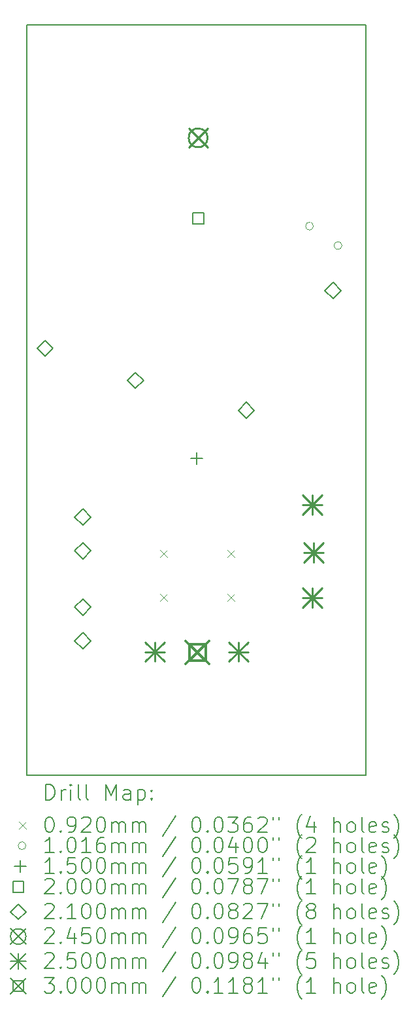
<source format=gbr>
%FSLAX45Y45*%
G04 Gerber Fmt 4.5, Leading zero omitted, Abs format (unit mm)*
G04 Created by KiCad (PCBNEW (6.0.4-0)) date 2022-07-20 07:57:26*
%MOMM*%
%LPD*%
G01*
G04 APERTURE LIST*
%TA.AperFunction,Profile*%
%ADD10C,0.150000*%
%TD*%
%ADD11C,0.200000*%
%ADD12C,0.092000*%
%ADD13C,0.101600*%
%ADD14C,0.150000*%
%ADD15C,0.210000*%
%ADD16C,0.245000*%
%ADD17C,0.250000*%
%ADD18C,0.300000*%
G04 APERTURE END LIST*
D10*
X10000000Y-5700000D02*
X14400000Y-5700000D01*
X14400000Y-5700000D02*
X14400000Y-15400000D01*
X14400000Y-15400000D02*
X10000000Y-15400000D01*
X10000000Y-15400000D02*
X10000000Y-5700000D01*
D11*
D12*
X11731000Y-12490000D02*
X11823000Y-12582000D01*
X11823000Y-12490000D02*
X11731000Y-12582000D01*
X11731000Y-13059000D02*
X11823000Y-13151000D01*
X11823000Y-13059000D02*
X11731000Y-13151000D01*
X12601000Y-12490000D02*
X12693000Y-12582000D01*
X12693000Y-12490000D02*
X12601000Y-12582000D01*
X12601000Y-13059000D02*
X12693000Y-13151000D01*
X12693000Y-13059000D02*
X12601000Y-13151000D01*
D13*
X13717520Y-8299465D02*
G75*
G03*
X13717520Y-8299465I-50800J0D01*
G01*
X14087092Y-8550963D02*
G75*
G03*
X14087092Y-8550963I-50800J0D01*
G01*
D14*
X12205000Y-11230000D02*
X12205000Y-11380000D01*
X12130000Y-11305000D02*
X12280000Y-11305000D01*
D11*
X12294711Y-8267711D02*
X12294711Y-8126289D01*
X12153289Y-8126289D01*
X12153289Y-8267711D01*
X12294711Y-8267711D01*
D15*
X10240970Y-9985020D02*
X10345970Y-9880020D01*
X10240970Y-9775020D01*
X10135970Y-9880020D01*
X10240970Y-9985020D01*
X10730000Y-12168000D02*
X10835000Y-12063000D01*
X10730000Y-11958000D01*
X10625000Y-12063000D01*
X10730000Y-12168000D01*
X10730000Y-12603000D02*
X10835000Y-12498000D01*
X10730000Y-12393000D01*
X10625000Y-12498000D01*
X10730000Y-12603000D01*
X10730000Y-13333000D02*
X10835000Y-13228000D01*
X10730000Y-13123000D01*
X10625000Y-13228000D01*
X10730000Y-13333000D01*
X10730000Y-13768000D02*
X10835000Y-13663000D01*
X10730000Y-13558000D01*
X10625000Y-13663000D01*
X10730000Y-13768000D01*
X11410090Y-10400310D02*
X11515090Y-10295310D01*
X11410090Y-10190310D01*
X11305090Y-10295310D01*
X11410090Y-10400310D01*
X12848238Y-10786644D02*
X12953238Y-10681644D01*
X12848238Y-10576644D01*
X12743238Y-10681644D01*
X12848238Y-10786644D01*
X13970410Y-9235720D02*
X14075410Y-9130720D01*
X13970410Y-9025720D01*
X13865410Y-9130720D01*
X13970410Y-9235720D01*
D16*
X12101500Y-7035500D02*
X12346500Y-7280500D01*
X12346500Y-7035500D02*
X12101500Y-7280500D01*
X12346500Y-7158000D02*
G75*
G03*
X12346500Y-7158000I-122500J0D01*
G01*
D17*
X11540000Y-13680000D02*
X11790000Y-13930000D01*
X11790000Y-13680000D02*
X11540000Y-13930000D01*
X11665000Y-13680000D02*
X11665000Y-13930000D01*
X11540000Y-13805000D02*
X11790000Y-13805000D01*
X12620000Y-13680000D02*
X12870000Y-13930000D01*
X12870000Y-13680000D02*
X12620000Y-13930000D01*
X12745000Y-13680000D02*
X12745000Y-13930000D01*
X12620000Y-13805000D02*
X12870000Y-13805000D01*
X13580000Y-11780000D02*
X13830000Y-12030000D01*
X13830000Y-11780000D02*
X13580000Y-12030000D01*
X13705000Y-11780000D02*
X13705000Y-12030000D01*
X13580000Y-11905000D02*
X13830000Y-11905000D01*
X13580000Y-12980000D02*
X13830000Y-13230000D01*
X13830000Y-12980000D02*
X13580000Y-13230000D01*
X13705000Y-12980000D02*
X13705000Y-13230000D01*
X13580000Y-13105000D02*
X13830000Y-13105000D01*
X13596002Y-12396204D02*
X13846002Y-12646204D01*
X13846002Y-12396204D02*
X13596002Y-12646204D01*
X13721002Y-12396204D02*
X13721002Y-12646204D01*
X13596002Y-12521204D02*
X13846002Y-12521204D01*
D18*
X12064488Y-13663128D02*
X12364488Y-13963128D01*
X12364488Y-13663128D02*
X12064488Y-13963128D01*
X12320555Y-13919195D02*
X12320555Y-13707061D01*
X12108421Y-13707061D01*
X12108421Y-13919195D01*
X12320555Y-13919195D01*
D11*
X10250119Y-15717976D02*
X10250119Y-15517976D01*
X10297738Y-15517976D01*
X10326310Y-15527500D01*
X10345357Y-15546548D01*
X10354881Y-15565595D01*
X10364405Y-15603690D01*
X10364405Y-15632262D01*
X10354881Y-15670357D01*
X10345357Y-15689405D01*
X10326310Y-15708452D01*
X10297738Y-15717976D01*
X10250119Y-15717976D01*
X10450119Y-15717976D02*
X10450119Y-15584643D01*
X10450119Y-15622738D02*
X10459643Y-15603690D01*
X10469167Y-15594167D01*
X10488214Y-15584643D01*
X10507262Y-15584643D01*
X10573929Y-15717976D02*
X10573929Y-15584643D01*
X10573929Y-15517976D02*
X10564405Y-15527500D01*
X10573929Y-15537024D01*
X10583452Y-15527500D01*
X10573929Y-15517976D01*
X10573929Y-15537024D01*
X10697738Y-15717976D02*
X10678690Y-15708452D01*
X10669167Y-15689405D01*
X10669167Y-15517976D01*
X10802500Y-15717976D02*
X10783452Y-15708452D01*
X10773929Y-15689405D01*
X10773929Y-15517976D01*
X11031071Y-15717976D02*
X11031071Y-15517976D01*
X11097738Y-15660833D01*
X11164405Y-15517976D01*
X11164405Y-15717976D01*
X11345357Y-15717976D02*
X11345357Y-15613214D01*
X11335833Y-15594167D01*
X11316786Y-15584643D01*
X11278690Y-15584643D01*
X11259643Y-15594167D01*
X11345357Y-15708452D02*
X11326309Y-15717976D01*
X11278690Y-15717976D01*
X11259643Y-15708452D01*
X11250119Y-15689405D01*
X11250119Y-15670357D01*
X11259643Y-15651309D01*
X11278690Y-15641786D01*
X11326309Y-15641786D01*
X11345357Y-15632262D01*
X11440595Y-15584643D02*
X11440595Y-15784643D01*
X11440595Y-15594167D02*
X11459643Y-15584643D01*
X11497738Y-15584643D01*
X11516786Y-15594167D01*
X11526309Y-15603690D01*
X11535833Y-15622738D01*
X11535833Y-15679881D01*
X11526309Y-15698928D01*
X11516786Y-15708452D01*
X11497738Y-15717976D01*
X11459643Y-15717976D01*
X11440595Y-15708452D01*
X11621548Y-15698928D02*
X11631071Y-15708452D01*
X11621548Y-15717976D01*
X11612024Y-15708452D01*
X11621548Y-15698928D01*
X11621548Y-15717976D01*
X11621548Y-15594167D02*
X11631071Y-15603690D01*
X11621548Y-15613214D01*
X11612024Y-15603690D01*
X11621548Y-15594167D01*
X11621548Y-15613214D01*
D12*
X9900500Y-16001500D02*
X9992500Y-16093500D01*
X9992500Y-16001500D02*
X9900500Y-16093500D01*
D11*
X10288214Y-15937976D02*
X10307262Y-15937976D01*
X10326310Y-15947500D01*
X10335833Y-15957024D01*
X10345357Y-15976071D01*
X10354881Y-16014167D01*
X10354881Y-16061786D01*
X10345357Y-16099881D01*
X10335833Y-16118928D01*
X10326310Y-16128452D01*
X10307262Y-16137976D01*
X10288214Y-16137976D01*
X10269167Y-16128452D01*
X10259643Y-16118928D01*
X10250119Y-16099881D01*
X10240595Y-16061786D01*
X10240595Y-16014167D01*
X10250119Y-15976071D01*
X10259643Y-15957024D01*
X10269167Y-15947500D01*
X10288214Y-15937976D01*
X10440595Y-16118928D02*
X10450119Y-16128452D01*
X10440595Y-16137976D01*
X10431071Y-16128452D01*
X10440595Y-16118928D01*
X10440595Y-16137976D01*
X10545357Y-16137976D02*
X10583452Y-16137976D01*
X10602500Y-16128452D01*
X10612024Y-16118928D01*
X10631071Y-16090357D01*
X10640595Y-16052262D01*
X10640595Y-15976071D01*
X10631071Y-15957024D01*
X10621548Y-15947500D01*
X10602500Y-15937976D01*
X10564405Y-15937976D01*
X10545357Y-15947500D01*
X10535833Y-15957024D01*
X10526310Y-15976071D01*
X10526310Y-16023690D01*
X10535833Y-16042738D01*
X10545357Y-16052262D01*
X10564405Y-16061786D01*
X10602500Y-16061786D01*
X10621548Y-16052262D01*
X10631071Y-16042738D01*
X10640595Y-16023690D01*
X10716786Y-15957024D02*
X10726310Y-15947500D01*
X10745357Y-15937976D01*
X10792976Y-15937976D01*
X10812024Y-15947500D01*
X10821548Y-15957024D01*
X10831071Y-15976071D01*
X10831071Y-15995119D01*
X10821548Y-16023690D01*
X10707262Y-16137976D01*
X10831071Y-16137976D01*
X10954881Y-15937976D02*
X10973929Y-15937976D01*
X10992976Y-15947500D01*
X11002500Y-15957024D01*
X11012024Y-15976071D01*
X11021548Y-16014167D01*
X11021548Y-16061786D01*
X11012024Y-16099881D01*
X11002500Y-16118928D01*
X10992976Y-16128452D01*
X10973929Y-16137976D01*
X10954881Y-16137976D01*
X10935833Y-16128452D01*
X10926310Y-16118928D01*
X10916786Y-16099881D01*
X10907262Y-16061786D01*
X10907262Y-16014167D01*
X10916786Y-15976071D01*
X10926310Y-15957024D01*
X10935833Y-15947500D01*
X10954881Y-15937976D01*
X11107262Y-16137976D02*
X11107262Y-16004643D01*
X11107262Y-16023690D02*
X11116786Y-16014167D01*
X11135833Y-16004643D01*
X11164405Y-16004643D01*
X11183452Y-16014167D01*
X11192976Y-16033214D01*
X11192976Y-16137976D01*
X11192976Y-16033214D02*
X11202500Y-16014167D01*
X11221548Y-16004643D01*
X11250119Y-16004643D01*
X11269167Y-16014167D01*
X11278690Y-16033214D01*
X11278690Y-16137976D01*
X11373928Y-16137976D02*
X11373928Y-16004643D01*
X11373928Y-16023690D02*
X11383452Y-16014167D01*
X11402500Y-16004643D01*
X11431071Y-16004643D01*
X11450119Y-16014167D01*
X11459643Y-16033214D01*
X11459643Y-16137976D01*
X11459643Y-16033214D02*
X11469167Y-16014167D01*
X11488214Y-16004643D01*
X11516786Y-16004643D01*
X11535833Y-16014167D01*
X11545357Y-16033214D01*
X11545357Y-16137976D01*
X11935833Y-15928452D02*
X11764405Y-16185595D01*
X12192976Y-15937976D02*
X12212024Y-15937976D01*
X12231071Y-15947500D01*
X12240595Y-15957024D01*
X12250119Y-15976071D01*
X12259643Y-16014167D01*
X12259643Y-16061786D01*
X12250119Y-16099881D01*
X12240595Y-16118928D01*
X12231071Y-16128452D01*
X12212024Y-16137976D01*
X12192976Y-16137976D01*
X12173928Y-16128452D01*
X12164405Y-16118928D01*
X12154881Y-16099881D01*
X12145357Y-16061786D01*
X12145357Y-16014167D01*
X12154881Y-15976071D01*
X12164405Y-15957024D01*
X12173928Y-15947500D01*
X12192976Y-15937976D01*
X12345357Y-16118928D02*
X12354881Y-16128452D01*
X12345357Y-16137976D01*
X12335833Y-16128452D01*
X12345357Y-16118928D01*
X12345357Y-16137976D01*
X12478690Y-15937976D02*
X12497738Y-15937976D01*
X12516786Y-15947500D01*
X12526309Y-15957024D01*
X12535833Y-15976071D01*
X12545357Y-16014167D01*
X12545357Y-16061786D01*
X12535833Y-16099881D01*
X12526309Y-16118928D01*
X12516786Y-16128452D01*
X12497738Y-16137976D01*
X12478690Y-16137976D01*
X12459643Y-16128452D01*
X12450119Y-16118928D01*
X12440595Y-16099881D01*
X12431071Y-16061786D01*
X12431071Y-16014167D01*
X12440595Y-15976071D01*
X12450119Y-15957024D01*
X12459643Y-15947500D01*
X12478690Y-15937976D01*
X12612024Y-15937976D02*
X12735833Y-15937976D01*
X12669167Y-16014167D01*
X12697738Y-16014167D01*
X12716786Y-16023690D01*
X12726309Y-16033214D01*
X12735833Y-16052262D01*
X12735833Y-16099881D01*
X12726309Y-16118928D01*
X12716786Y-16128452D01*
X12697738Y-16137976D01*
X12640595Y-16137976D01*
X12621548Y-16128452D01*
X12612024Y-16118928D01*
X12907262Y-15937976D02*
X12869167Y-15937976D01*
X12850119Y-15947500D01*
X12840595Y-15957024D01*
X12821548Y-15985595D01*
X12812024Y-16023690D01*
X12812024Y-16099881D01*
X12821548Y-16118928D01*
X12831071Y-16128452D01*
X12850119Y-16137976D01*
X12888214Y-16137976D01*
X12907262Y-16128452D01*
X12916786Y-16118928D01*
X12926309Y-16099881D01*
X12926309Y-16052262D01*
X12916786Y-16033214D01*
X12907262Y-16023690D01*
X12888214Y-16014167D01*
X12850119Y-16014167D01*
X12831071Y-16023690D01*
X12821548Y-16033214D01*
X12812024Y-16052262D01*
X13002500Y-15957024D02*
X13012024Y-15947500D01*
X13031071Y-15937976D01*
X13078690Y-15937976D01*
X13097738Y-15947500D01*
X13107262Y-15957024D01*
X13116786Y-15976071D01*
X13116786Y-15995119D01*
X13107262Y-16023690D01*
X12992976Y-16137976D01*
X13116786Y-16137976D01*
X13192976Y-15937976D02*
X13192976Y-15976071D01*
X13269167Y-15937976D02*
X13269167Y-15976071D01*
X13564405Y-16214167D02*
X13554881Y-16204643D01*
X13535833Y-16176071D01*
X13526309Y-16157024D01*
X13516786Y-16128452D01*
X13507262Y-16080833D01*
X13507262Y-16042738D01*
X13516786Y-15995119D01*
X13526309Y-15966548D01*
X13535833Y-15947500D01*
X13554881Y-15918928D01*
X13564405Y-15909405D01*
X13726309Y-16004643D02*
X13726309Y-16137976D01*
X13678690Y-15928452D02*
X13631071Y-16071309D01*
X13754881Y-16071309D01*
X13983452Y-16137976D02*
X13983452Y-15937976D01*
X14069167Y-16137976D02*
X14069167Y-16033214D01*
X14059643Y-16014167D01*
X14040595Y-16004643D01*
X14012024Y-16004643D01*
X13992976Y-16014167D01*
X13983452Y-16023690D01*
X14192976Y-16137976D02*
X14173928Y-16128452D01*
X14164405Y-16118928D01*
X14154881Y-16099881D01*
X14154881Y-16042738D01*
X14164405Y-16023690D01*
X14173928Y-16014167D01*
X14192976Y-16004643D01*
X14221548Y-16004643D01*
X14240595Y-16014167D01*
X14250119Y-16023690D01*
X14259643Y-16042738D01*
X14259643Y-16099881D01*
X14250119Y-16118928D01*
X14240595Y-16128452D01*
X14221548Y-16137976D01*
X14192976Y-16137976D01*
X14373928Y-16137976D02*
X14354881Y-16128452D01*
X14345357Y-16109405D01*
X14345357Y-15937976D01*
X14526309Y-16128452D02*
X14507262Y-16137976D01*
X14469167Y-16137976D01*
X14450119Y-16128452D01*
X14440595Y-16109405D01*
X14440595Y-16033214D01*
X14450119Y-16014167D01*
X14469167Y-16004643D01*
X14507262Y-16004643D01*
X14526309Y-16014167D01*
X14535833Y-16033214D01*
X14535833Y-16052262D01*
X14440595Y-16071309D01*
X14612024Y-16128452D02*
X14631071Y-16137976D01*
X14669167Y-16137976D01*
X14688214Y-16128452D01*
X14697738Y-16109405D01*
X14697738Y-16099881D01*
X14688214Y-16080833D01*
X14669167Y-16071309D01*
X14640595Y-16071309D01*
X14621548Y-16061786D01*
X14612024Y-16042738D01*
X14612024Y-16033214D01*
X14621548Y-16014167D01*
X14640595Y-16004643D01*
X14669167Y-16004643D01*
X14688214Y-16014167D01*
X14764405Y-16214167D02*
X14773928Y-16204643D01*
X14792976Y-16176071D01*
X14802500Y-16157024D01*
X14812024Y-16128452D01*
X14821548Y-16080833D01*
X14821548Y-16042738D01*
X14812024Y-15995119D01*
X14802500Y-15966548D01*
X14792976Y-15947500D01*
X14773928Y-15918928D01*
X14764405Y-15909405D01*
D13*
X9992500Y-16311500D02*
G75*
G03*
X9992500Y-16311500I-50800J0D01*
G01*
D11*
X10354881Y-16401976D02*
X10240595Y-16401976D01*
X10297738Y-16401976D02*
X10297738Y-16201976D01*
X10278690Y-16230548D01*
X10259643Y-16249595D01*
X10240595Y-16259119D01*
X10440595Y-16382928D02*
X10450119Y-16392452D01*
X10440595Y-16401976D01*
X10431071Y-16392452D01*
X10440595Y-16382928D01*
X10440595Y-16401976D01*
X10573929Y-16201976D02*
X10592976Y-16201976D01*
X10612024Y-16211500D01*
X10621548Y-16221024D01*
X10631071Y-16240071D01*
X10640595Y-16278167D01*
X10640595Y-16325786D01*
X10631071Y-16363881D01*
X10621548Y-16382928D01*
X10612024Y-16392452D01*
X10592976Y-16401976D01*
X10573929Y-16401976D01*
X10554881Y-16392452D01*
X10545357Y-16382928D01*
X10535833Y-16363881D01*
X10526310Y-16325786D01*
X10526310Y-16278167D01*
X10535833Y-16240071D01*
X10545357Y-16221024D01*
X10554881Y-16211500D01*
X10573929Y-16201976D01*
X10831071Y-16401976D02*
X10716786Y-16401976D01*
X10773929Y-16401976D02*
X10773929Y-16201976D01*
X10754881Y-16230548D01*
X10735833Y-16249595D01*
X10716786Y-16259119D01*
X11002500Y-16201976D02*
X10964405Y-16201976D01*
X10945357Y-16211500D01*
X10935833Y-16221024D01*
X10916786Y-16249595D01*
X10907262Y-16287690D01*
X10907262Y-16363881D01*
X10916786Y-16382928D01*
X10926310Y-16392452D01*
X10945357Y-16401976D01*
X10983452Y-16401976D01*
X11002500Y-16392452D01*
X11012024Y-16382928D01*
X11021548Y-16363881D01*
X11021548Y-16316262D01*
X11012024Y-16297214D01*
X11002500Y-16287690D01*
X10983452Y-16278167D01*
X10945357Y-16278167D01*
X10926310Y-16287690D01*
X10916786Y-16297214D01*
X10907262Y-16316262D01*
X11107262Y-16401976D02*
X11107262Y-16268643D01*
X11107262Y-16287690D02*
X11116786Y-16278167D01*
X11135833Y-16268643D01*
X11164405Y-16268643D01*
X11183452Y-16278167D01*
X11192976Y-16297214D01*
X11192976Y-16401976D01*
X11192976Y-16297214D02*
X11202500Y-16278167D01*
X11221548Y-16268643D01*
X11250119Y-16268643D01*
X11269167Y-16278167D01*
X11278690Y-16297214D01*
X11278690Y-16401976D01*
X11373928Y-16401976D02*
X11373928Y-16268643D01*
X11373928Y-16287690D02*
X11383452Y-16278167D01*
X11402500Y-16268643D01*
X11431071Y-16268643D01*
X11450119Y-16278167D01*
X11459643Y-16297214D01*
X11459643Y-16401976D01*
X11459643Y-16297214D02*
X11469167Y-16278167D01*
X11488214Y-16268643D01*
X11516786Y-16268643D01*
X11535833Y-16278167D01*
X11545357Y-16297214D01*
X11545357Y-16401976D01*
X11935833Y-16192452D02*
X11764405Y-16449595D01*
X12192976Y-16201976D02*
X12212024Y-16201976D01*
X12231071Y-16211500D01*
X12240595Y-16221024D01*
X12250119Y-16240071D01*
X12259643Y-16278167D01*
X12259643Y-16325786D01*
X12250119Y-16363881D01*
X12240595Y-16382928D01*
X12231071Y-16392452D01*
X12212024Y-16401976D01*
X12192976Y-16401976D01*
X12173928Y-16392452D01*
X12164405Y-16382928D01*
X12154881Y-16363881D01*
X12145357Y-16325786D01*
X12145357Y-16278167D01*
X12154881Y-16240071D01*
X12164405Y-16221024D01*
X12173928Y-16211500D01*
X12192976Y-16201976D01*
X12345357Y-16382928D02*
X12354881Y-16392452D01*
X12345357Y-16401976D01*
X12335833Y-16392452D01*
X12345357Y-16382928D01*
X12345357Y-16401976D01*
X12478690Y-16201976D02*
X12497738Y-16201976D01*
X12516786Y-16211500D01*
X12526309Y-16221024D01*
X12535833Y-16240071D01*
X12545357Y-16278167D01*
X12545357Y-16325786D01*
X12535833Y-16363881D01*
X12526309Y-16382928D01*
X12516786Y-16392452D01*
X12497738Y-16401976D01*
X12478690Y-16401976D01*
X12459643Y-16392452D01*
X12450119Y-16382928D01*
X12440595Y-16363881D01*
X12431071Y-16325786D01*
X12431071Y-16278167D01*
X12440595Y-16240071D01*
X12450119Y-16221024D01*
X12459643Y-16211500D01*
X12478690Y-16201976D01*
X12716786Y-16268643D02*
X12716786Y-16401976D01*
X12669167Y-16192452D02*
X12621548Y-16335309D01*
X12745357Y-16335309D01*
X12859643Y-16201976D02*
X12878690Y-16201976D01*
X12897738Y-16211500D01*
X12907262Y-16221024D01*
X12916786Y-16240071D01*
X12926309Y-16278167D01*
X12926309Y-16325786D01*
X12916786Y-16363881D01*
X12907262Y-16382928D01*
X12897738Y-16392452D01*
X12878690Y-16401976D01*
X12859643Y-16401976D01*
X12840595Y-16392452D01*
X12831071Y-16382928D01*
X12821548Y-16363881D01*
X12812024Y-16325786D01*
X12812024Y-16278167D01*
X12821548Y-16240071D01*
X12831071Y-16221024D01*
X12840595Y-16211500D01*
X12859643Y-16201976D01*
X13050119Y-16201976D02*
X13069167Y-16201976D01*
X13088214Y-16211500D01*
X13097738Y-16221024D01*
X13107262Y-16240071D01*
X13116786Y-16278167D01*
X13116786Y-16325786D01*
X13107262Y-16363881D01*
X13097738Y-16382928D01*
X13088214Y-16392452D01*
X13069167Y-16401976D01*
X13050119Y-16401976D01*
X13031071Y-16392452D01*
X13021548Y-16382928D01*
X13012024Y-16363881D01*
X13002500Y-16325786D01*
X13002500Y-16278167D01*
X13012024Y-16240071D01*
X13021548Y-16221024D01*
X13031071Y-16211500D01*
X13050119Y-16201976D01*
X13192976Y-16201976D02*
X13192976Y-16240071D01*
X13269167Y-16201976D02*
X13269167Y-16240071D01*
X13564405Y-16478167D02*
X13554881Y-16468643D01*
X13535833Y-16440071D01*
X13526309Y-16421024D01*
X13516786Y-16392452D01*
X13507262Y-16344833D01*
X13507262Y-16306738D01*
X13516786Y-16259119D01*
X13526309Y-16230548D01*
X13535833Y-16211500D01*
X13554881Y-16182928D01*
X13564405Y-16173405D01*
X13631071Y-16221024D02*
X13640595Y-16211500D01*
X13659643Y-16201976D01*
X13707262Y-16201976D01*
X13726309Y-16211500D01*
X13735833Y-16221024D01*
X13745357Y-16240071D01*
X13745357Y-16259119D01*
X13735833Y-16287690D01*
X13621548Y-16401976D01*
X13745357Y-16401976D01*
X13983452Y-16401976D02*
X13983452Y-16201976D01*
X14069167Y-16401976D02*
X14069167Y-16297214D01*
X14059643Y-16278167D01*
X14040595Y-16268643D01*
X14012024Y-16268643D01*
X13992976Y-16278167D01*
X13983452Y-16287690D01*
X14192976Y-16401976D02*
X14173928Y-16392452D01*
X14164405Y-16382928D01*
X14154881Y-16363881D01*
X14154881Y-16306738D01*
X14164405Y-16287690D01*
X14173928Y-16278167D01*
X14192976Y-16268643D01*
X14221548Y-16268643D01*
X14240595Y-16278167D01*
X14250119Y-16287690D01*
X14259643Y-16306738D01*
X14259643Y-16363881D01*
X14250119Y-16382928D01*
X14240595Y-16392452D01*
X14221548Y-16401976D01*
X14192976Y-16401976D01*
X14373928Y-16401976D02*
X14354881Y-16392452D01*
X14345357Y-16373405D01*
X14345357Y-16201976D01*
X14526309Y-16392452D02*
X14507262Y-16401976D01*
X14469167Y-16401976D01*
X14450119Y-16392452D01*
X14440595Y-16373405D01*
X14440595Y-16297214D01*
X14450119Y-16278167D01*
X14469167Y-16268643D01*
X14507262Y-16268643D01*
X14526309Y-16278167D01*
X14535833Y-16297214D01*
X14535833Y-16316262D01*
X14440595Y-16335309D01*
X14612024Y-16392452D02*
X14631071Y-16401976D01*
X14669167Y-16401976D01*
X14688214Y-16392452D01*
X14697738Y-16373405D01*
X14697738Y-16363881D01*
X14688214Y-16344833D01*
X14669167Y-16335309D01*
X14640595Y-16335309D01*
X14621548Y-16325786D01*
X14612024Y-16306738D01*
X14612024Y-16297214D01*
X14621548Y-16278167D01*
X14640595Y-16268643D01*
X14669167Y-16268643D01*
X14688214Y-16278167D01*
X14764405Y-16478167D02*
X14773928Y-16468643D01*
X14792976Y-16440071D01*
X14802500Y-16421024D01*
X14812024Y-16392452D01*
X14821548Y-16344833D01*
X14821548Y-16306738D01*
X14812024Y-16259119D01*
X14802500Y-16230548D01*
X14792976Y-16211500D01*
X14773928Y-16182928D01*
X14764405Y-16173405D01*
D14*
X9917500Y-16500500D02*
X9917500Y-16650500D01*
X9842500Y-16575500D02*
X9992500Y-16575500D01*
D11*
X10354881Y-16665976D02*
X10240595Y-16665976D01*
X10297738Y-16665976D02*
X10297738Y-16465976D01*
X10278690Y-16494548D01*
X10259643Y-16513595D01*
X10240595Y-16523119D01*
X10440595Y-16646928D02*
X10450119Y-16656452D01*
X10440595Y-16665976D01*
X10431071Y-16656452D01*
X10440595Y-16646928D01*
X10440595Y-16665976D01*
X10631071Y-16465976D02*
X10535833Y-16465976D01*
X10526310Y-16561214D01*
X10535833Y-16551690D01*
X10554881Y-16542167D01*
X10602500Y-16542167D01*
X10621548Y-16551690D01*
X10631071Y-16561214D01*
X10640595Y-16580262D01*
X10640595Y-16627881D01*
X10631071Y-16646928D01*
X10621548Y-16656452D01*
X10602500Y-16665976D01*
X10554881Y-16665976D01*
X10535833Y-16656452D01*
X10526310Y-16646928D01*
X10764405Y-16465976D02*
X10783452Y-16465976D01*
X10802500Y-16475500D01*
X10812024Y-16485024D01*
X10821548Y-16504071D01*
X10831071Y-16542167D01*
X10831071Y-16589786D01*
X10821548Y-16627881D01*
X10812024Y-16646928D01*
X10802500Y-16656452D01*
X10783452Y-16665976D01*
X10764405Y-16665976D01*
X10745357Y-16656452D01*
X10735833Y-16646928D01*
X10726310Y-16627881D01*
X10716786Y-16589786D01*
X10716786Y-16542167D01*
X10726310Y-16504071D01*
X10735833Y-16485024D01*
X10745357Y-16475500D01*
X10764405Y-16465976D01*
X10954881Y-16465976D02*
X10973929Y-16465976D01*
X10992976Y-16475500D01*
X11002500Y-16485024D01*
X11012024Y-16504071D01*
X11021548Y-16542167D01*
X11021548Y-16589786D01*
X11012024Y-16627881D01*
X11002500Y-16646928D01*
X10992976Y-16656452D01*
X10973929Y-16665976D01*
X10954881Y-16665976D01*
X10935833Y-16656452D01*
X10926310Y-16646928D01*
X10916786Y-16627881D01*
X10907262Y-16589786D01*
X10907262Y-16542167D01*
X10916786Y-16504071D01*
X10926310Y-16485024D01*
X10935833Y-16475500D01*
X10954881Y-16465976D01*
X11107262Y-16665976D02*
X11107262Y-16532643D01*
X11107262Y-16551690D02*
X11116786Y-16542167D01*
X11135833Y-16532643D01*
X11164405Y-16532643D01*
X11183452Y-16542167D01*
X11192976Y-16561214D01*
X11192976Y-16665976D01*
X11192976Y-16561214D02*
X11202500Y-16542167D01*
X11221548Y-16532643D01*
X11250119Y-16532643D01*
X11269167Y-16542167D01*
X11278690Y-16561214D01*
X11278690Y-16665976D01*
X11373928Y-16665976D02*
X11373928Y-16532643D01*
X11373928Y-16551690D02*
X11383452Y-16542167D01*
X11402500Y-16532643D01*
X11431071Y-16532643D01*
X11450119Y-16542167D01*
X11459643Y-16561214D01*
X11459643Y-16665976D01*
X11459643Y-16561214D02*
X11469167Y-16542167D01*
X11488214Y-16532643D01*
X11516786Y-16532643D01*
X11535833Y-16542167D01*
X11545357Y-16561214D01*
X11545357Y-16665976D01*
X11935833Y-16456452D02*
X11764405Y-16713595D01*
X12192976Y-16465976D02*
X12212024Y-16465976D01*
X12231071Y-16475500D01*
X12240595Y-16485024D01*
X12250119Y-16504071D01*
X12259643Y-16542167D01*
X12259643Y-16589786D01*
X12250119Y-16627881D01*
X12240595Y-16646928D01*
X12231071Y-16656452D01*
X12212024Y-16665976D01*
X12192976Y-16665976D01*
X12173928Y-16656452D01*
X12164405Y-16646928D01*
X12154881Y-16627881D01*
X12145357Y-16589786D01*
X12145357Y-16542167D01*
X12154881Y-16504071D01*
X12164405Y-16485024D01*
X12173928Y-16475500D01*
X12192976Y-16465976D01*
X12345357Y-16646928D02*
X12354881Y-16656452D01*
X12345357Y-16665976D01*
X12335833Y-16656452D01*
X12345357Y-16646928D01*
X12345357Y-16665976D01*
X12478690Y-16465976D02*
X12497738Y-16465976D01*
X12516786Y-16475500D01*
X12526309Y-16485024D01*
X12535833Y-16504071D01*
X12545357Y-16542167D01*
X12545357Y-16589786D01*
X12535833Y-16627881D01*
X12526309Y-16646928D01*
X12516786Y-16656452D01*
X12497738Y-16665976D01*
X12478690Y-16665976D01*
X12459643Y-16656452D01*
X12450119Y-16646928D01*
X12440595Y-16627881D01*
X12431071Y-16589786D01*
X12431071Y-16542167D01*
X12440595Y-16504071D01*
X12450119Y-16485024D01*
X12459643Y-16475500D01*
X12478690Y-16465976D01*
X12726309Y-16465976D02*
X12631071Y-16465976D01*
X12621548Y-16561214D01*
X12631071Y-16551690D01*
X12650119Y-16542167D01*
X12697738Y-16542167D01*
X12716786Y-16551690D01*
X12726309Y-16561214D01*
X12735833Y-16580262D01*
X12735833Y-16627881D01*
X12726309Y-16646928D01*
X12716786Y-16656452D01*
X12697738Y-16665976D01*
X12650119Y-16665976D01*
X12631071Y-16656452D01*
X12621548Y-16646928D01*
X12831071Y-16665976D02*
X12869167Y-16665976D01*
X12888214Y-16656452D01*
X12897738Y-16646928D01*
X12916786Y-16618357D01*
X12926309Y-16580262D01*
X12926309Y-16504071D01*
X12916786Y-16485024D01*
X12907262Y-16475500D01*
X12888214Y-16465976D01*
X12850119Y-16465976D01*
X12831071Y-16475500D01*
X12821548Y-16485024D01*
X12812024Y-16504071D01*
X12812024Y-16551690D01*
X12821548Y-16570738D01*
X12831071Y-16580262D01*
X12850119Y-16589786D01*
X12888214Y-16589786D01*
X12907262Y-16580262D01*
X12916786Y-16570738D01*
X12926309Y-16551690D01*
X13116786Y-16665976D02*
X13002500Y-16665976D01*
X13059643Y-16665976D02*
X13059643Y-16465976D01*
X13040595Y-16494548D01*
X13021548Y-16513595D01*
X13002500Y-16523119D01*
X13192976Y-16465976D02*
X13192976Y-16504071D01*
X13269167Y-16465976D02*
X13269167Y-16504071D01*
X13564405Y-16742167D02*
X13554881Y-16732643D01*
X13535833Y-16704071D01*
X13526309Y-16685024D01*
X13516786Y-16656452D01*
X13507262Y-16608833D01*
X13507262Y-16570738D01*
X13516786Y-16523119D01*
X13526309Y-16494548D01*
X13535833Y-16475500D01*
X13554881Y-16446928D01*
X13564405Y-16437405D01*
X13745357Y-16665976D02*
X13631071Y-16665976D01*
X13688214Y-16665976D02*
X13688214Y-16465976D01*
X13669167Y-16494548D01*
X13650119Y-16513595D01*
X13631071Y-16523119D01*
X13983452Y-16665976D02*
X13983452Y-16465976D01*
X14069167Y-16665976D02*
X14069167Y-16561214D01*
X14059643Y-16542167D01*
X14040595Y-16532643D01*
X14012024Y-16532643D01*
X13992976Y-16542167D01*
X13983452Y-16551690D01*
X14192976Y-16665976D02*
X14173928Y-16656452D01*
X14164405Y-16646928D01*
X14154881Y-16627881D01*
X14154881Y-16570738D01*
X14164405Y-16551690D01*
X14173928Y-16542167D01*
X14192976Y-16532643D01*
X14221548Y-16532643D01*
X14240595Y-16542167D01*
X14250119Y-16551690D01*
X14259643Y-16570738D01*
X14259643Y-16627881D01*
X14250119Y-16646928D01*
X14240595Y-16656452D01*
X14221548Y-16665976D01*
X14192976Y-16665976D01*
X14373928Y-16665976D02*
X14354881Y-16656452D01*
X14345357Y-16637405D01*
X14345357Y-16465976D01*
X14526309Y-16656452D02*
X14507262Y-16665976D01*
X14469167Y-16665976D01*
X14450119Y-16656452D01*
X14440595Y-16637405D01*
X14440595Y-16561214D01*
X14450119Y-16542167D01*
X14469167Y-16532643D01*
X14507262Y-16532643D01*
X14526309Y-16542167D01*
X14535833Y-16561214D01*
X14535833Y-16580262D01*
X14440595Y-16599309D01*
X14602500Y-16742167D02*
X14612024Y-16732643D01*
X14631071Y-16704071D01*
X14640595Y-16685024D01*
X14650119Y-16656452D01*
X14659643Y-16608833D01*
X14659643Y-16570738D01*
X14650119Y-16523119D01*
X14640595Y-16494548D01*
X14631071Y-16475500D01*
X14612024Y-16446928D01*
X14602500Y-16437405D01*
X9963211Y-16916211D02*
X9963211Y-16774789D01*
X9821789Y-16774789D01*
X9821789Y-16916211D01*
X9963211Y-16916211D01*
X10240595Y-16755024D02*
X10250119Y-16745500D01*
X10269167Y-16735976D01*
X10316786Y-16735976D01*
X10335833Y-16745500D01*
X10345357Y-16755024D01*
X10354881Y-16774071D01*
X10354881Y-16793119D01*
X10345357Y-16821690D01*
X10231071Y-16935976D01*
X10354881Y-16935976D01*
X10440595Y-16916929D02*
X10450119Y-16926452D01*
X10440595Y-16935976D01*
X10431071Y-16926452D01*
X10440595Y-16916929D01*
X10440595Y-16935976D01*
X10573929Y-16735976D02*
X10592976Y-16735976D01*
X10612024Y-16745500D01*
X10621548Y-16755024D01*
X10631071Y-16774071D01*
X10640595Y-16812167D01*
X10640595Y-16859786D01*
X10631071Y-16897881D01*
X10621548Y-16916929D01*
X10612024Y-16926452D01*
X10592976Y-16935976D01*
X10573929Y-16935976D01*
X10554881Y-16926452D01*
X10545357Y-16916929D01*
X10535833Y-16897881D01*
X10526310Y-16859786D01*
X10526310Y-16812167D01*
X10535833Y-16774071D01*
X10545357Y-16755024D01*
X10554881Y-16745500D01*
X10573929Y-16735976D01*
X10764405Y-16735976D02*
X10783452Y-16735976D01*
X10802500Y-16745500D01*
X10812024Y-16755024D01*
X10821548Y-16774071D01*
X10831071Y-16812167D01*
X10831071Y-16859786D01*
X10821548Y-16897881D01*
X10812024Y-16916929D01*
X10802500Y-16926452D01*
X10783452Y-16935976D01*
X10764405Y-16935976D01*
X10745357Y-16926452D01*
X10735833Y-16916929D01*
X10726310Y-16897881D01*
X10716786Y-16859786D01*
X10716786Y-16812167D01*
X10726310Y-16774071D01*
X10735833Y-16755024D01*
X10745357Y-16745500D01*
X10764405Y-16735976D01*
X10954881Y-16735976D02*
X10973929Y-16735976D01*
X10992976Y-16745500D01*
X11002500Y-16755024D01*
X11012024Y-16774071D01*
X11021548Y-16812167D01*
X11021548Y-16859786D01*
X11012024Y-16897881D01*
X11002500Y-16916929D01*
X10992976Y-16926452D01*
X10973929Y-16935976D01*
X10954881Y-16935976D01*
X10935833Y-16926452D01*
X10926310Y-16916929D01*
X10916786Y-16897881D01*
X10907262Y-16859786D01*
X10907262Y-16812167D01*
X10916786Y-16774071D01*
X10926310Y-16755024D01*
X10935833Y-16745500D01*
X10954881Y-16735976D01*
X11107262Y-16935976D02*
X11107262Y-16802643D01*
X11107262Y-16821690D02*
X11116786Y-16812167D01*
X11135833Y-16802643D01*
X11164405Y-16802643D01*
X11183452Y-16812167D01*
X11192976Y-16831214D01*
X11192976Y-16935976D01*
X11192976Y-16831214D02*
X11202500Y-16812167D01*
X11221548Y-16802643D01*
X11250119Y-16802643D01*
X11269167Y-16812167D01*
X11278690Y-16831214D01*
X11278690Y-16935976D01*
X11373928Y-16935976D02*
X11373928Y-16802643D01*
X11373928Y-16821690D02*
X11383452Y-16812167D01*
X11402500Y-16802643D01*
X11431071Y-16802643D01*
X11450119Y-16812167D01*
X11459643Y-16831214D01*
X11459643Y-16935976D01*
X11459643Y-16831214D02*
X11469167Y-16812167D01*
X11488214Y-16802643D01*
X11516786Y-16802643D01*
X11535833Y-16812167D01*
X11545357Y-16831214D01*
X11545357Y-16935976D01*
X11935833Y-16726452D02*
X11764405Y-16983595D01*
X12192976Y-16735976D02*
X12212024Y-16735976D01*
X12231071Y-16745500D01*
X12240595Y-16755024D01*
X12250119Y-16774071D01*
X12259643Y-16812167D01*
X12259643Y-16859786D01*
X12250119Y-16897881D01*
X12240595Y-16916929D01*
X12231071Y-16926452D01*
X12212024Y-16935976D01*
X12192976Y-16935976D01*
X12173928Y-16926452D01*
X12164405Y-16916929D01*
X12154881Y-16897881D01*
X12145357Y-16859786D01*
X12145357Y-16812167D01*
X12154881Y-16774071D01*
X12164405Y-16755024D01*
X12173928Y-16745500D01*
X12192976Y-16735976D01*
X12345357Y-16916929D02*
X12354881Y-16926452D01*
X12345357Y-16935976D01*
X12335833Y-16926452D01*
X12345357Y-16916929D01*
X12345357Y-16935976D01*
X12478690Y-16735976D02*
X12497738Y-16735976D01*
X12516786Y-16745500D01*
X12526309Y-16755024D01*
X12535833Y-16774071D01*
X12545357Y-16812167D01*
X12545357Y-16859786D01*
X12535833Y-16897881D01*
X12526309Y-16916929D01*
X12516786Y-16926452D01*
X12497738Y-16935976D01*
X12478690Y-16935976D01*
X12459643Y-16926452D01*
X12450119Y-16916929D01*
X12440595Y-16897881D01*
X12431071Y-16859786D01*
X12431071Y-16812167D01*
X12440595Y-16774071D01*
X12450119Y-16755024D01*
X12459643Y-16745500D01*
X12478690Y-16735976D01*
X12612024Y-16735976D02*
X12745357Y-16735976D01*
X12659643Y-16935976D01*
X12850119Y-16821690D02*
X12831071Y-16812167D01*
X12821548Y-16802643D01*
X12812024Y-16783595D01*
X12812024Y-16774071D01*
X12821548Y-16755024D01*
X12831071Y-16745500D01*
X12850119Y-16735976D01*
X12888214Y-16735976D01*
X12907262Y-16745500D01*
X12916786Y-16755024D01*
X12926309Y-16774071D01*
X12926309Y-16783595D01*
X12916786Y-16802643D01*
X12907262Y-16812167D01*
X12888214Y-16821690D01*
X12850119Y-16821690D01*
X12831071Y-16831214D01*
X12821548Y-16840738D01*
X12812024Y-16859786D01*
X12812024Y-16897881D01*
X12821548Y-16916929D01*
X12831071Y-16926452D01*
X12850119Y-16935976D01*
X12888214Y-16935976D01*
X12907262Y-16926452D01*
X12916786Y-16916929D01*
X12926309Y-16897881D01*
X12926309Y-16859786D01*
X12916786Y-16840738D01*
X12907262Y-16831214D01*
X12888214Y-16821690D01*
X12992976Y-16735976D02*
X13126309Y-16735976D01*
X13040595Y-16935976D01*
X13192976Y-16735976D02*
X13192976Y-16774071D01*
X13269167Y-16735976D02*
X13269167Y-16774071D01*
X13564405Y-17012167D02*
X13554881Y-17002643D01*
X13535833Y-16974071D01*
X13526309Y-16955024D01*
X13516786Y-16926452D01*
X13507262Y-16878833D01*
X13507262Y-16840738D01*
X13516786Y-16793119D01*
X13526309Y-16764548D01*
X13535833Y-16745500D01*
X13554881Y-16716928D01*
X13564405Y-16707405D01*
X13745357Y-16935976D02*
X13631071Y-16935976D01*
X13688214Y-16935976D02*
X13688214Y-16735976D01*
X13669167Y-16764548D01*
X13650119Y-16783595D01*
X13631071Y-16793119D01*
X13983452Y-16935976D02*
X13983452Y-16735976D01*
X14069167Y-16935976D02*
X14069167Y-16831214D01*
X14059643Y-16812167D01*
X14040595Y-16802643D01*
X14012024Y-16802643D01*
X13992976Y-16812167D01*
X13983452Y-16821690D01*
X14192976Y-16935976D02*
X14173928Y-16926452D01*
X14164405Y-16916929D01*
X14154881Y-16897881D01*
X14154881Y-16840738D01*
X14164405Y-16821690D01*
X14173928Y-16812167D01*
X14192976Y-16802643D01*
X14221548Y-16802643D01*
X14240595Y-16812167D01*
X14250119Y-16821690D01*
X14259643Y-16840738D01*
X14259643Y-16897881D01*
X14250119Y-16916929D01*
X14240595Y-16926452D01*
X14221548Y-16935976D01*
X14192976Y-16935976D01*
X14373928Y-16935976D02*
X14354881Y-16926452D01*
X14345357Y-16907405D01*
X14345357Y-16735976D01*
X14526309Y-16926452D02*
X14507262Y-16935976D01*
X14469167Y-16935976D01*
X14450119Y-16926452D01*
X14440595Y-16907405D01*
X14440595Y-16831214D01*
X14450119Y-16812167D01*
X14469167Y-16802643D01*
X14507262Y-16802643D01*
X14526309Y-16812167D01*
X14535833Y-16831214D01*
X14535833Y-16850262D01*
X14440595Y-16869310D01*
X14602500Y-17012167D02*
X14612024Y-17002643D01*
X14631071Y-16974071D01*
X14640595Y-16955024D01*
X14650119Y-16926452D01*
X14659643Y-16878833D01*
X14659643Y-16840738D01*
X14650119Y-16793119D01*
X14640595Y-16764548D01*
X14631071Y-16745500D01*
X14612024Y-16716928D01*
X14602500Y-16707405D01*
X9892500Y-17265500D02*
X9992500Y-17165500D01*
X9892500Y-17065500D01*
X9792500Y-17165500D01*
X9892500Y-17265500D01*
X10240595Y-17075024D02*
X10250119Y-17065500D01*
X10269167Y-17055976D01*
X10316786Y-17055976D01*
X10335833Y-17065500D01*
X10345357Y-17075024D01*
X10354881Y-17094071D01*
X10354881Y-17113119D01*
X10345357Y-17141690D01*
X10231071Y-17255976D01*
X10354881Y-17255976D01*
X10440595Y-17236929D02*
X10450119Y-17246452D01*
X10440595Y-17255976D01*
X10431071Y-17246452D01*
X10440595Y-17236929D01*
X10440595Y-17255976D01*
X10640595Y-17255976D02*
X10526310Y-17255976D01*
X10583452Y-17255976D02*
X10583452Y-17055976D01*
X10564405Y-17084548D01*
X10545357Y-17103595D01*
X10526310Y-17113119D01*
X10764405Y-17055976D02*
X10783452Y-17055976D01*
X10802500Y-17065500D01*
X10812024Y-17075024D01*
X10821548Y-17094071D01*
X10831071Y-17132167D01*
X10831071Y-17179786D01*
X10821548Y-17217881D01*
X10812024Y-17236929D01*
X10802500Y-17246452D01*
X10783452Y-17255976D01*
X10764405Y-17255976D01*
X10745357Y-17246452D01*
X10735833Y-17236929D01*
X10726310Y-17217881D01*
X10716786Y-17179786D01*
X10716786Y-17132167D01*
X10726310Y-17094071D01*
X10735833Y-17075024D01*
X10745357Y-17065500D01*
X10764405Y-17055976D01*
X10954881Y-17055976D02*
X10973929Y-17055976D01*
X10992976Y-17065500D01*
X11002500Y-17075024D01*
X11012024Y-17094071D01*
X11021548Y-17132167D01*
X11021548Y-17179786D01*
X11012024Y-17217881D01*
X11002500Y-17236929D01*
X10992976Y-17246452D01*
X10973929Y-17255976D01*
X10954881Y-17255976D01*
X10935833Y-17246452D01*
X10926310Y-17236929D01*
X10916786Y-17217881D01*
X10907262Y-17179786D01*
X10907262Y-17132167D01*
X10916786Y-17094071D01*
X10926310Y-17075024D01*
X10935833Y-17065500D01*
X10954881Y-17055976D01*
X11107262Y-17255976D02*
X11107262Y-17122643D01*
X11107262Y-17141690D02*
X11116786Y-17132167D01*
X11135833Y-17122643D01*
X11164405Y-17122643D01*
X11183452Y-17132167D01*
X11192976Y-17151214D01*
X11192976Y-17255976D01*
X11192976Y-17151214D02*
X11202500Y-17132167D01*
X11221548Y-17122643D01*
X11250119Y-17122643D01*
X11269167Y-17132167D01*
X11278690Y-17151214D01*
X11278690Y-17255976D01*
X11373928Y-17255976D02*
X11373928Y-17122643D01*
X11373928Y-17141690D02*
X11383452Y-17132167D01*
X11402500Y-17122643D01*
X11431071Y-17122643D01*
X11450119Y-17132167D01*
X11459643Y-17151214D01*
X11459643Y-17255976D01*
X11459643Y-17151214D02*
X11469167Y-17132167D01*
X11488214Y-17122643D01*
X11516786Y-17122643D01*
X11535833Y-17132167D01*
X11545357Y-17151214D01*
X11545357Y-17255976D01*
X11935833Y-17046452D02*
X11764405Y-17303595D01*
X12192976Y-17055976D02*
X12212024Y-17055976D01*
X12231071Y-17065500D01*
X12240595Y-17075024D01*
X12250119Y-17094071D01*
X12259643Y-17132167D01*
X12259643Y-17179786D01*
X12250119Y-17217881D01*
X12240595Y-17236929D01*
X12231071Y-17246452D01*
X12212024Y-17255976D01*
X12192976Y-17255976D01*
X12173928Y-17246452D01*
X12164405Y-17236929D01*
X12154881Y-17217881D01*
X12145357Y-17179786D01*
X12145357Y-17132167D01*
X12154881Y-17094071D01*
X12164405Y-17075024D01*
X12173928Y-17065500D01*
X12192976Y-17055976D01*
X12345357Y-17236929D02*
X12354881Y-17246452D01*
X12345357Y-17255976D01*
X12335833Y-17246452D01*
X12345357Y-17236929D01*
X12345357Y-17255976D01*
X12478690Y-17055976D02*
X12497738Y-17055976D01*
X12516786Y-17065500D01*
X12526309Y-17075024D01*
X12535833Y-17094071D01*
X12545357Y-17132167D01*
X12545357Y-17179786D01*
X12535833Y-17217881D01*
X12526309Y-17236929D01*
X12516786Y-17246452D01*
X12497738Y-17255976D01*
X12478690Y-17255976D01*
X12459643Y-17246452D01*
X12450119Y-17236929D01*
X12440595Y-17217881D01*
X12431071Y-17179786D01*
X12431071Y-17132167D01*
X12440595Y-17094071D01*
X12450119Y-17075024D01*
X12459643Y-17065500D01*
X12478690Y-17055976D01*
X12659643Y-17141690D02*
X12640595Y-17132167D01*
X12631071Y-17122643D01*
X12621548Y-17103595D01*
X12621548Y-17094071D01*
X12631071Y-17075024D01*
X12640595Y-17065500D01*
X12659643Y-17055976D01*
X12697738Y-17055976D01*
X12716786Y-17065500D01*
X12726309Y-17075024D01*
X12735833Y-17094071D01*
X12735833Y-17103595D01*
X12726309Y-17122643D01*
X12716786Y-17132167D01*
X12697738Y-17141690D01*
X12659643Y-17141690D01*
X12640595Y-17151214D01*
X12631071Y-17160738D01*
X12621548Y-17179786D01*
X12621548Y-17217881D01*
X12631071Y-17236929D01*
X12640595Y-17246452D01*
X12659643Y-17255976D01*
X12697738Y-17255976D01*
X12716786Y-17246452D01*
X12726309Y-17236929D01*
X12735833Y-17217881D01*
X12735833Y-17179786D01*
X12726309Y-17160738D01*
X12716786Y-17151214D01*
X12697738Y-17141690D01*
X12812024Y-17075024D02*
X12821548Y-17065500D01*
X12840595Y-17055976D01*
X12888214Y-17055976D01*
X12907262Y-17065500D01*
X12916786Y-17075024D01*
X12926309Y-17094071D01*
X12926309Y-17113119D01*
X12916786Y-17141690D01*
X12802500Y-17255976D01*
X12926309Y-17255976D01*
X12992976Y-17055976D02*
X13126309Y-17055976D01*
X13040595Y-17255976D01*
X13192976Y-17055976D02*
X13192976Y-17094071D01*
X13269167Y-17055976D02*
X13269167Y-17094071D01*
X13564405Y-17332167D02*
X13554881Y-17322643D01*
X13535833Y-17294071D01*
X13526309Y-17275024D01*
X13516786Y-17246452D01*
X13507262Y-17198833D01*
X13507262Y-17160738D01*
X13516786Y-17113119D01*
X13526309Y-17084548D01*
X13535833Y-17065500D01*
X13554881Y-17036929D01*
X13564405Y-17027405D01*
X13669167Y-17141690D02*
X13650119Y-17132167D01*
X13640595Y-17122643D01*
X13631071Y-17103595D01*
X13631071Y-17094071D01*
X13640595Y-17075024D01*
X13650119Y-17065500D01*
X13669167Y-17055976D01*
X13707262Y-17055976D01*
X13726309Y-17065500D01*
X13735833Y-17075024D01*
X13745357Y-17094071D01*
X13745357Y-17103595D01*
X13735833Y-17122643D01*
X13726309Y-17132167D01*
X13707262Y-17141690D01*
X13669167Y-17141690D01*
X13650119Y-17151214D01*
X13640595Y-17160738D01*
X13631071Y-17179786D01*
X13631071Y-17217881D01*
X13640595Y-17236929D01*
X13650119Y-17246452D01*
X13669167Y-17255976D01*
X13707262Y-17255976D01*
X13726309Y-17246452D01*
X13735833Y-17236929D01*
X13745357Y-17217881D01*
X13745357Y-17179786D01*
X13735833Y-17160738D01*
X13726309Y-17151214D01*
X13707262Y-17141690D01*
X13983452Y-17255976D02*
X13983452Y-17055976D01*
X14069167Y-17255976D02*
X14069167Y-17151214D01*
X14059643Y-17132167D01*
X14040595Y-17122643D01*
X14012024Y-17122643D01*
X13992976Y-17132167D01*
X13983452Y-17141690D01*
X14192976Y-17255976D02*
X14173928Y-17246452D01*
X14164405Y-17236929D01*
X14154881Y-17217881D01*
X14154881Y-17160738D01*
X14164405Y-17141690D01*
X14173928Y-17132167D01*
X14192976Y-17122643D01*
X14221548Y-17122643D01*
X14240595Y-17132167D01*
X14250119Y-17141690D01*
X14259643Y-17160738D01*
X14259643Y-17217881D01*
X14250119Y-17236929D01*
X14240595Y-17246452D01*
X14221548Y-17255976D01*
X14192976Y-17255976D01*
X14373928Y-17255976D02*
X14354881Y-17246452D01*
X14345357Y-17227405D01*
X14345357Y-17055976D01*
X14526309Y-17246452D02*
X14507262Y-17255976D01*
X14469167Y-17255976D01*
X14450119Y-17246452D01*
X14440595Y-17227405D01*
X14440595Y-17151214D01*
X14450119Y-17132167D01*
X14469167Y-17122643D01*
X14507262Y-17122643D01*
X14526309Y-17132167D01*
X14535833Y-17151214D01*
X14535833Y-17170262D01*
X14440595Y-17189310D01*
X14612024Y-17246452D02*
X14631071Y-17255976D01*
X14669167Y-17255976D01*
X14688214Y-17246452D01*
X14697738Y-17227405D01*
X14697738Y-17217881D01*
X14688214Y-17198833D01*
X14669167Y-17189310D01*
X14640595Y-17189310D01*
X14621548Y-17179786D01*
X14612024Y-17160738D01*
X14612024Y-17151214D01*
X14621548Y-17132167D01*
X14640595Y-17122643D01*
X14669167Y-17122643D01*
X14688214Y-17132167D01*
X14764405Y-17332167D02*
X14773928Y-17322643D01*
X14792976Y-17294071D01*
X14802500Y-17275024D01*
X14812024Y-17246452D01*
X14821548Y-17198833D01*
X14821548Y-17160738D01*
X14812024Y-17113119D01*
X14802500Y-17084548D01*
X14792976Y-17065500D01*
X14773928Y-17036929D01*
X14764405Y-17027405D01*
X9792500Y-17385500D02*
X9992500Y-17585500D01*
X9992500Y-17385500D02*
X9792500Y-17585500D01*
X9992500Y-17485500D02*
G75*
G03*
X9992500Y-17485500I-100000J0D01*
G01*
X10240595Y-17395024D02*
X10250119Y-17385500D01*
X10269167Y-17375976D01*
X10316786Y-17375976D01*
X10335833Y-17385500D01*
X10345357Y-17395024D01*
X10354881Y-17414071D01*
X10354881Y-17433119D01*
X10345357Y-17461690D01*
X10231071Y-17575976D01*
X10354881Y-17575976D01*
X10440595Y-17556929D02*
X10450119Y-17566452D01*
X10440595Y-17575976D01*
X10431071Y-17566452D01*
X10440595Y-17556929D01*
X10440595Y-17575976D01*
X10621548Y-17442643D02*
X10621548Y-17575976D01*
X10573929Y-17366452D02*
X10526310Y-17509310D01*
X10650119Y-17509310D01*
X10821548Y-17375976D02*
X10726310Y-17375976D01*
X10716786Y-17471214D01*
X10726310Y-17461690D01*
X10745357Y-17452167D01*
X10792976Y-17452167D01*
X10812024Y-17461690D01*
X10821548Y-17471214D01*
X10831071Y-17490262D01*
X10831071Y-17537881D01*
X10821548Y-17556929D01*
X10812024Y-17566452D01*
X10792976Y-17575976D01*
X10745357Y-17575976D01*
X10726310Y-17566452D01*
X10716786Y-17556929D01*
X10954881Y-17375976D02*
X10973929Y-17375976D01*
X10992976Y-17385500D01*
X11002500Y-17395024D01*
X11012024Y-17414071D01*
X11021548Y-17452167D01*
X11021548Y-17499786D01*
X11012024Y-17537881D01*
X11002500Y-17556929D01*
X10992976Y-17566452D01*
X10973929Y-17575976D01*
X10954881Y-17575976D01*
X10935833Y-17566452D01*
X10926310Y-17556929D01*
X10916786Y-17537881D01*
X10907262Y-17499786D01*
X10907262Y-17452167D01*
X10916786Y-17414071D01*
X10926310Y-17395024D01*
X10935833Y-17385500D01*
X10954881Y-17375976D01*
X11107262Y-17575976D02*
X11107262Y-17442643D01*
X11107262Y-17461690D02*
X11116786Y-17452167D01*
X11135833Y-17442643D01*
X11164405Y-17442643D01*
X11183452Y-17452167D01*
X11192976Y-17471214D01*
X11192976Y-17575976D01*
X11192976Y-17471214D02*
X11202500Y-17452167D01*
X11221548Y-17442643D01*
X11250119Y-17442643D01*
X11269167Y-17452167D01*
X11278690Y-17471214D01*
X11278690Y-17575976D01*
X11373928Y-17575976D02*
X11373928Y-17442643D01*
X11373928Y-17461690D02*
X11383452Y-17452167D01*
X11402500Y-17442643D01*
X11431071Y-17442643D01*
X11450119Y-17452167D01*
X11459643Y-17471214D01*
X11459643Y-17575976D01*
X11459643Y-17471214D02*
X11469167Y-17452167D01*
X11488214Y-17442643D01*
X11516786Y-17442643D01*
X11535833Y-17452167D01*
X11545357Y-17471214D01*
X11545357Y-17575976D01*
X11935833Y-17366452D02*
X11764405Y-17623595D01*
X12192976Y-17375976D02*
X12212024Y-17375976D01*
X12231071Y-17385500D01*
X12240595Y-17395024D01*
X12250119Y-17414071D01*
X12259643Y-17452167D01*
X12259643Y-17499786D01*
X12250119Y-17537881D01*
X12240595Y-17556929D01*
X12231071Y-17566452D01*
X12212024Y-17575976D01*
X12192976Y-17575976D01*
X12173928Y-17566452D01*
X12164405Y-17556929D01*
X12154881Y-17537881D01*
X12145357Y-17499786D01*
X12145357Y-17452167D01*
X12154881Y-17414071D01*
X12164405Y-17395024D01*
X12173928Y-17385500D01*
X12192976Y-17375976D01*
X12345357Y-17556929D02*
X12354881Y-17566452D01*
X12345357Y-17575976D01*
X12335833Y-17566452D01*
X12345357Y-17556929D01*
X12345357Y-17575976D01*
X12478690Y-17375976D02*
X12497738Y-17375976D01*
X12516786Y-17385500D01*
X12526309Y-17395024D01*
X12535833Y-17414071D01*
X12545357Y-17452167D01*
X12545357Y-17499786D01*
X12535833Y-17537881D01*
X12526309Y-17556929D01*
X12516786Y-17566452D01*
X12497738Y-17575976D01*
X12478690Y-17575976D01*
X12459643Y-17566452D01*
X12450119Y-17556929D01*
X12440595Y-17537881D01*
X12431071Y-17499786D01*
X12431071Y-17452167D01*
X12440595Y-17414071D01*
X12450119Y-17395024D01*
X12459643Y-17385500D01*
X12478690Y-17375976D01*
X12640595Y-17575976D02*
X12678690Y-17575976D01*
X12697738Y-17566452D01*
X12707262Y-17556929D01*
X12726309Y-17528357D01*
X12735833Y-17490262D01*
X12735833Y-17414071D01*
X12726309Y-17395024D01*
X12716786Y-17385500D01*
X12697738Y-17375976D01*
X12659643Y-17375976D01*
X12640595Y-17385500D01*
X12631071Y-17395024D01*
X12621548Y-17414071D01*
X12621548Y-17461690D01*
X12631071Y-17480738D01*
X12640595Y-17490262D01*
X12659643Y-17499786D01*
X12697738Y-17499786D01*
X12716786Y-17490262D01*
X12726309Y-17480738D01*
X12735833Y-17461690D01*
X12907262Y-17375976D02*
X12869167Y-17375976D01*
X12850119Y-17385500D01*
X12840595Y-17395024D01*
X12821548Y-17423595D01*
X12812024Y-17461690D01*
X12812024Y-17537881D01*
X12821548Y-17556929D01*
X12831071Y-17566452D01*
X12850119Y-17575976D01*
X12888214Y-17575976D01*
X12907262Y-17566452D01*
X12916786Y-17556929D01*
X12926309Y-17537881D01*
X12926309Y-17490262D01*
X12916786Y-17471214D01*
X12907262Y-17461690D01*
X12888214Y-17452167D01*
X12850119Y-17452167D01*
X12831071Y-17461690D01*
X12821548Y-17471214D01*
X12812024Y-17490262D01*
X13107262Y-17375976D02*
X13012024Y-17375976D01*
X13002500Y-17471214D01*
X13012024Y-17461690D01*
X13031071Y-17452167D01*
X13078690Y-17452167D01*
X13097738Y-17461690D01*
X13107262Y-17471214D01*
X13116786Y-17490262D01*
X13116786Y-17537881D01*
X13107262Y-17556929D01*
X13097738Y-17566452D01*
X13078690Y-17575976D01*
X13031071Y-17575976D01*
X13012024Y-17566452D01*
X13002500Y-17556929D01*
X13192976Y-17375976D02*
X13192976Y-17414071D01*
X13269167Y-17375976D02*
X13269167Y-17414071D01*
X13564405Y-17652167D02*
X13554881Y-17642643D01*
X13535833Y-17614071D01*
X13526309Y-17595024D01*
X13516786Y-17566452D01*
X13507262Y-17518833D01*
X13507262Y-17480738D01*
X13516786Y-17433119D01*
X13526309Y-17404548D01*
X13535833Y-17385500D01*
X13554881Y-17356929D01*
X13564405Y-17347405D01*
X13745357Y-17575976D02*
X13631071Y-17575976D01*
X13688214Y-17575976D02*
X13688214Y-17375976D01*
X13669167Y-17404548D01*
X13650119Y-17423595D01*
X13631071Y-17433119D01*
X13983452Y-17575976D02*
X13983452Y-17375976D01*
X14069167Y-17575976D02*
X14069167Y-17471214D01*
X14059643Y-17452167D01*
X14040595Y-17442643D01*
X14012024Y-17442643D01*
X13992976Y-17452167D01*
X13983452Y-17461690D01*
X14192976Y-17575976D02*
X14173928Y-17566452D01*
X14164405Y-17556929D01*
X14154881Y-17537881D01*
X14154881Y-17480738D01*
X14164405Y-17461690D01*
X14173928Y-17452167D01*
X14192976Y-17442643D01*
X14221548Y-17442643D01*
X14240595Y-17452167D01*
X14250119Y-17461690D01*
X14259643Y-17480738D01*
X14259643Y-17537881D01*
X14250119Y-17556929D01*
X14240595Y-17566452D01*
X14221548Y-17575976D01*
X14192976Y-17575976D01*
X14373928Y-17575976D02*
X14354881Y-17566452D01*
X14345357Y-17547405D01*
X14345357Y-17375976D01*
X14526309Y-17566452D02*
X14507262Y-17575976D01*
X14469167Y-17575976D01*
X14450119Y-17566452D01*
X14440595Y-17547405D01*
X14440595Y-17471214D01*
X14450119Y-17452167D01*
X14469167Y-17442643D01*
X14507262Y-17442643D01*
X14526309Y-17452167D01*
X14535833Y-17471214D01*
X14535833Y-17490262D01*
X14440595Y-17509310D01*
X14602500Y-17652167D02*
X14612024Y-17642643D01*
X14631071Y-17614071D01*
X14640595Y-17595024D01*
X14650119Y-17566452D01*
X14659643Y-17518833D01*
X14659643Y-17480738D01*
X14650119Y-17433119D01*
X14640595Y-17404548D01*
X14631071Y-17385500D01*
X14612024Y-17356929D01*
X14602500Y-17347405D01*
X9792500Y-17705500D02*
X9992500Y-17905500D01*
X9992500Y-17705500D02*
X9792500Y-17905500D01*
X9892500Y-17705500D02*
X9892500Y-17905500D01*
X9792500Y-17805500D02*
X9992500Y-17805500D01*
X10240595Y-17715024D02*
X10250119Y-17705500D01*
X10269167Y-17695976D01*
X10316786Y-17695976D01*
X10335833Y-17705500D01*
X10345357Y-17715024D01*
X10354881Y-17734071D01*
X10354881Y-17753119D01*
X10345357Y-17781690D01*
X10231071Y-17895976D01*
X10354881Y-17895976D01*
X10440595Y-17876929D02*
X10450119Y-17886452D01*
X10440595Y-17895976D01*
X10431071Y-17886452D01*
X10440595Y-17876929D01*
X10440595Y-17895976D01*
X10631071Y-17695976D02*
X10535833Y-17695976D01*
X10526310Y-17791214D01*
X10535833Y-17781690D01*
X10554881Y-17772167D01*
X10602500Y-17772167D01*
X10621548Y-17781690D01*
X10631071Y-17791214D01*
X10640595Y-17810262D01*
X10640595Y-17857881D01*
X10631071Y-17876929D01*
X10621548Y-17886452D01*
X10602500Y-17895976D01*
X10554881Y-17895976D01*
X10535833Y-17886452D01*
X10526310Y-17876929D01*
X10764405Y-17695976D02*
X10783452Y-17695976D01*
X10802500Y-17705500D01*
X10812024Y-17715024D01*
X10821548Y-17734071D01*
X10831071Y-17772167D01*
X10831071Y-17819786D01*
X10821548Y-17857881D01*
X10812024Y-17876929D01*
X10802500Y-17886452D01*
X10783452Y-17895976D01*
X10764405Y-17895976D01*
X10745357Y-17886452D01*
X10735833Y-17876929D01*
X10726310Y-17857881D01*
X10716786Y-17819786D01*
X10716786Y-17772167D01*
X10726310Y-17734071D01*
X10735833Y-17715024D01*
X10745357Y-17705500D01*
X10764405Y-17695976D01*
X10954881Y-17695976D02*
X10973929Y-17695976D01*
X10992976Y-17705500D01*
X11002500Y-17715024D01*
X11012024Y-17734071D01*
X11021548Y-17772167D01*
X11021548Y-17819786D01*
X11012024Y-17857881D01*
X11002500Y-17876929D01*
X10992976Y-17886452D01*
X10973929Y-17895976D01*
X10954881Y-17895976D01*
X10935833Y-17886452D01*
X10926310Y-17876929D01*
X10916786Y-17857881D01*
X10907262Y-17819786D01*
X10907262Y-17772167D01*
X10916786Y-17734071D01*
X10926310Y-17715024D01*
X10935833Y-17705500D01*
X10954881Y-17695976D01*
X11107262Y-17895976D02*
X11107262Y-17762643D01*
X11107262Y-17781690D02*
X11116786Y-17772167D01*
X11135833Y-17762643D01*
X11164405Y-17762643D01*
X11183452Y-17772167D01*
X11192976Y-17791214D01*
X11192976Y-17895976D01*
X11192976Y-17791214D02*
X11202500Y-17772167D01*
X11221548Y-17762643D01*
X11250119Y-17762643D01*
X11269167Y-17772167D01*
X11278690Y-17791214D01*
X11278690Y-17895976D01*
X11373928Y-17895976D02*
X11373928Y-17762643D01*
X11373928Y-17781690D02*
X11383452Y-17772167D01*
X11402500Y-17762643D01*
X11431071Y-17762643D01*
X11450119Y-17772167D01*
X11459643Y-17791214D01*
X11459643Y-17895976D01*
X11459643Y-17791214D02*
X11469167Y-17772167D01*
X11488214Y-17762643D01*
X11516786Y-17762643D01*
X11535833Y-17772167D01*
X11545357Y-17791214D01*
X11545357Y-17895976D01*
X11935833Y-17686452D02*
X11764405Y-17943595D01*
X12192976Y-17695976D02*
X12212024Y-17695976D01*
X12231071Y-17705500D01*
X12240595Y-17715024D01*
X12250119Y-17734071D01*
X12259643Y-17772167D01*
X12259643Y-17819786D01*
X12250119Y-17857881D01*
X12240595Y-17876929D01*
X12231071Y-17886452D01*
X12212024Y-17895976D01*
X12192976Y-17895976D01*
X12173928Y-17886452D01*
X12164405Y-17876929D01*
X12154881Y-17857881D01*
X12145357Y-17819786D01*
X12145357Y-17772167D01*
X12154881Y-17734071D01*
X12164405Y-17715024D01*
X12173928Y-17705500D01*
X12192976Y-17695976D01*
X12345357Y-17876929D02*
X12354881Y-17886452D01*
X12345357Y-17895976D01*
X12335833Y-17886452D01*
X12345357Y-17876929D01*
X12345357Y-17895976D01*
X12478690Y-17695976D02*
X12497738Y-17695976D01*
X12516786Y-17705500D01*
X12526309Y-17715024D01*
X12535833Y-17734071D01*
X12545357Y-17772167D01*
X12545357Y-17819786D01*
X12535833Y-17857881D01*
X12526309Y-17876929D01*
X12516786Y-17886452D01*
X12497738Y-17895976D01*
X12478690Y-17895976D01*
X12459643Y-17886452D01*
X12450119Y-17876929D01*
X12440595Y-17857881D01*
X12431071Y-17819786D01*
X12431071Y-17772167D01*
X12440595Y-17734071D01*
X12450119Y-17715024D01*
X12459643Y-17705500D01*
X12478690Y-17695976D01*
X12640595Y-17895976D02*
X12678690Y-17895976D01*
X12697738Y-17886452D01*
X12707262Y-17876929D01*
X12726309Y-17848357D01*
X12735833Y-17810262D01*
X12735833Y-17734071D01*
X12726309Y-17715024D01*
X12716786Y-17705500D01*
X12697738Y-17695976D01*
X12659643Y-17695976D01*
X12640595Y-17705500D01*
X12631071Y-17715024D01*
X12621548Y-17734071D01*
X12621548Y-17781690D01*
X12631071Y-17800738D01*
X12640595Y-17810262D01*
X12659643Y-17819786D01*
X12697738Y-17819786D01*
X12716786Y-17810262D01*
X12726309Y-17800738D01*
X12735833Y-17781690D01*
X12850119Y-17781690D02*
X12831071Y-17772167D01*
X12821548Y-17762643D01*
X12812024Y-17743595D01*
X12812024Y-17734071D01*
X12821548Y-17715024D01*
X12831071Y-17705500D01*
X12850119Y-17695976D01*
X12888214Y-17695976D01*
X12907262Y-17705500D01*
X12916786Y-17715024D01*
X12926309Y-17734071D01*
X12926309Y-17743595D01*
X12916786Y-17762643D01*
X12907262Y-17772167D01*
X12888214Y-17781690D01*
X12850119Y-17781690D01*
X12831071Y-17791214D01*
X12821548Y-17800738D01*
X12812024Y-17819786D01*
X12812024Y-17857881D01*
X12821548Y-17876929D01*
X12831071Y-17886452D01*
X12850119Y-17895976D01*
X12888214Y-17895976D01*
X12907262Y-17886452D01*
X12916786Y-17876929D01*
X12926309Y-17857881D01*
X12926309Y-17819786D01*
X12916786Y-17800738D01*
X12907262Y-17791214D01*
X12888214Y-17781690D01*
X13097738Y-17762643D02*
X13097738Y-17895976D01*
X13050119Y-17686452D02*
X13002500Y-17829310D01*
X13126309Y-17829310D01*
X13192976Y-17695976D02*
X13192976Y-17734071D01*
X13269167Y-17695976D02*
X13269167Y-17734071D01*
X13564405Y-17972167D02*
X13554881Y-17962643D01*
X13535833Y-17934071D01*
X13526309Y-17915024D01*
X13516786Y-17886452D01*
X13507262Y-17838833D01*
X13507262Y-17800738D01*
X13516786Y-17753119D01*
X13526309Y-17724548D01*
X13535833Y-17705500D01*
X13554881Y-17676929D01*
X13564405Y-17667405D01*
X13735833Y-17695976D02*
X13640595Y-17695976D01*
X13631071Y-17791214D01*
X13640595Y-17781690D01*
X13659643Y-17772167D01*
X13707262Y-17772167D01*
X13726309Y-17781690D01*
X13735833Y-17791214D01*
X13745357Y-17810262D01*
X13745357Y-17857881D01*
X13735833Y-17876929D01*
X13726309Y-17886452D01*
X13707262Y-17895976D01*
X13659643Y-17895976D01*
X13640595Y-17886452D01*
X13631071Y-17876929D01*
X13983452Y-17895976D02*
X13983452Y-17695976D01*
X14069167Y-17895976D02*
X14069167Y-17791214D01*
X14059643Y-17772167D01*
X14040595Y-17762643D01*
X14012024Y-17762643D01*
X13992976Y-17772167D01*
X13983452Y-17781690D01*
X14192976Y-17895976D02*
X14173928Y-17886452D01*
X14164405Y-17876929D01*
X14154881Y-17857881D01*
X14154881Y-17800738D01*
X14164405Y-17781690D01*
X14173928Y-17772167D01*
X14192976Y-17762643D01*
X14221548Y-17762643D01*
X14240595Y-17772167D01*
X14250119Y-17781690D01*
X14259643Y-17800738D01*
X14259643Y-17857881D01*
X14250119Y-17876929D01*
X14240595Y-17886452D01*
X14221548Y-17895976D01*
X14192976Y-17895976D01*
X14373928Y-17895976D02*
X14354881Y-17886452D01*
X14345357Y-17867405D01*
X14345357Y-17695976D01*
X14526309Y-17886452D02*
X14507262Y-17895976D01*
X14469167Y-17895976D01*
X14450119Y-17886452D01*
X14440595Y-17867405D01*
X14440595Y-17791214D01*
X14450119Y-17772167D01*
X14469167Y-17762643D01*
X14507262Y-17762643D01*
X14526309Y-17772167D01*
X14535833Y-17791214D01*
X14535833Y-17810262D01*
X14440595Y-17829310D01*
X14612024Y-17886452D02*
X14631071Y-17895976D01*
X14669167Y-17895976D01*
X14688214Y-17886452D01*
X14697738Y-17867405D01*
X14697738Y-17857881D01*
X14688214Y-17838833D01*
X14669167Y-17829310D01*
X14640595Y-17829310D01*
X14621548Y-17819786D01*
X14612024Y-17800738D01*
X14612024Y-17791214D01*
X14621548Y-17772167D01*
X14640595Y-17762643D01*
X14669167Y-17762643D01*
X14688214Y-17772167D01*
X14764405Y-17972167D02*
X14773928Y-17962643D01*
X14792976Y-17934071D01*
X14802500Y-17915024D01*
X14812024Y-17886452D01*
X14821548Y-17838833D01*
X14821548Y-17800738D01*
X14812024Y-17753119D01*
X14802500Y-17724548D01*
X14792976Y-17705500D01*
X14773928Y-17676929D01*
X14764405Y-17667405D01*
X9792500Y-18025500D02*
X9992500Y-18225500D01*
X9992500Y-18025500D02*
X9792500Y-18225500D01*
X9963211Y-18196211D02*
X9963211Y-18054789D01*
X9821789Y-18054789D01*
X9821789Y-18196211D01*
X9963211Y-18196211D01*
X10231071Y-18015976D02*
X10354881Y-18015976D01*
X10288214Y-18092167D01*
X10316786Y-18092167D01*
X10335833Y-18101690D01*
X10345357Y-18111214D01*
X10354881Y-18130262D01*
X10354881Y-18177881D01*
X10345357Y-18196929D01*
X10335833Y-18206452D01*
X10316786Y-18215976D01*
X10259643Y-18215976D01*
X10240595Y-18206452D01*
X10231071Y-18196929D01*
X10440595Y-18196929D02*
X10450119Y-18206452D01*
X10440595Y-18215976D01*
X10431071Y-18206452D01*
X10440595Y-18196929D01*
X10440595Y-18215976D01*
X10573929Y-18015976D02*
X10592976Y-18015976D01*
X10612024Y-18025500D01*
X10621548Y-18035024D01*
X10631071Y-18054071D01*
X10640595Y-18092167D01*
X10640595Y-18139786D01*
X10631071Y-18177881D01*
X10621548Y-18196929D01*
X10612024Y-18206452D01*
X10592976Y-18215976D01*
X10573929Y-18215976D01*
X10554881Y-18206452D01*
X10545357Y-18196929D01*
X10535833Y-18177881D01*
X10526310Y-18139786D01*
X10526310Y-18092167D01*
X10535833Y-18054071D01*
X10545357Y-18035024D01*
X10554881Y-18025500D01*
X10573929Y-18015976D01*
X10764405Y-18015976D02*
X10783452Y-18015976D01*
X10802500Y-18025500D01*
X10812024Y-18035024D01*
X10821548Y-18054071D01*
X10831071Y-18092167D01*
X10831071Y-18139786D01*
X10821548Y-18177881D01*
X10812024Y-18196929D01*
X10802500Y-18206452D01*
X10783452Y-18215976D01*
X10764405Y-18215976D01*
X10745357Y-18206452D01*
X10735833Y-18196929D01*
X10726310Y-18177881D01*
X10716786Y-18139786D01*
X10716786Y-18092167D01*
X10726310Y-18054071D01*
X10735833Y-18035024D01*
X10745357Y-18025500D01*
X10764405Y-18015976D01*
X10954881Y-18015976D02*
X10973929Y-18015976D01*
X10992976Y-18025500D01*
X11002500Y-18035024D01*
X11012024Y-18054071D01*
X11021548Y-18092167D01*
X11021548Y-18139786D01*
X11012024Y-18177881D01*
X11002500Y-18196929D01*
X10992976Y-18206452D01*
X10973929Y-18215976D01*
X10954881Y-18215976D01*
X10935833Y-18206452D01*
X10926310Y-18196929D01*
X10916786Y-18177881D01*
X10907262Y-18139786D01*
X10907262Y-18092167D01*
X10916786Y-18054071D01*
X10926310Y-18035024D01*
X10935833Y-18025500D01*
X10954881Y-18015976D01*
X11107262Y-18215976D02*
X11107262Y-18082643D01*
X11107262Y-18101690D02*
X11116786Y-18092167D01*
X11135833Y-18082643D01*
X11164405Y-18082643D01*
X11183452Y-18092167D01*
X11192976Y-18111214D01*
X11192976Y-18215976D01*
X11192976Y-18111214D02*
X11202500Y-18092167D01*
X11221548Y-18082643D01*
X11250119Y-18082643D01*
X11269167Y-18092167D01*
X11278690Y-18111214D01*
X11278690Y-18215976D01*
X11373928Y-18215976D02*
X11373928Y-18082643D01*
X11373928Y-18101690D02*
X11383452Y-18092167D01*
X11402500Y-18082643D01*
X11431071Y-18082643D01*
X11450119Y-18092167D01*
X11459643Y-18111214D01*
X11459643Y-18215976D01*
X11459643Y-18111214D02*
X11469167Y-18092167D01*
X11488214Y-18082643D01*
X11516786Y-18082643D01*
X11535833Y-18092167D01*
X11545357Y-18111214D01*
X11545357Y-18215976D01*
X11935833Y-18006452D02*
X11764405Y-18263595D01*
X12192976Y-18015976D02*
X12212024Y-18015976D01*
X12231071Y-18025500D01*
X12240595Y-18035024D01*
X12250119Y-18054071D01*
X12259643Y-18092167D01*
X12259643Y-18139786D01*
X12250119Y-18177881D01*
X12240595Y-18196929D01*
X12231071Y-18206452D01*
X12212024Y-18215976D01*
X12192976Y-18215976D01*
X12173928Y-18206452D01*
X12164405Y-18196929D01*
X12154881Y-18177881D01*
X12145357Y-18139786D01*
X12145357Y-18092167D01*
X12154881Y-18054071D01*
X12164405Y-18035024D01*
X12173928Y-18025500D01*
X12192976Y-18015976D01*
X12345357Y-18196929D02*
X12354881Y-18206452D01*
X12345357Y-18215976D01*
X12335833Y-18206452D01*
X12345357Y-18196929D01*
X12345357Y-18215976D01*
X12545357Y-18215976D02*
X12431071Y-18215976D01*
X12488214Y-18215976D02*
X12488214Y-18015976D01*
X12469167Y-18044548D01*
X12450119Y-18063595D01*
X12431071Y-18073119D01*
X12735833Y-18215976D02*
X12621548Y-18215976D01*
X12678690Y-18215976D02*
X12678690Y-18015976D01*
X12659643Y-18044548D01*
X12640595Y-18063595D01*
X12621548Y-18073119D01*
X12850119Y-18101690D02*
X12831071Y-18092167D01*
X12821548Y-18082643D01*
X12812024Y-18063595D01*
X12812024Y-18054071D01*
X12821548Y-18035024D01*
X12831071Y-18025500D01*
X12850119Y-18015976D01*
X12888214Y-18015976D01*
X12907262Y-18025500D01*
X12916786Y-18035024D01*
X12926309Y-18054071D01*
X12926309Y-18063595D01*
X12916786Y-18082643D01*
X12907262Y-18092167D01*
X12888214Y-18101690D01*
X12850119Y-18101690D01*
X12831071Y-18111214D01*
X12821548Y-18120738D01*
X12812024Y-18139786D01*
X12812024Y-18177881D01*
X12821548Y-18196929D01*
X12831071Y-18206452D01*
X12850119Y-18215976D01*
X12888214Y-18215976D01*
X12907262Y-18206452D01*
X12916786Y-18196929D01*
X12926309Y-18177881D01*
X12926309Y-18139786D01*
X12916786Y-18120738D01*
X12907262Y-18111214D01*
X12888214Y-18101690D01*
X13116786Y-18215976D02*
X13002500Y-18215976D01*
X13059643Y-18215976D02*
X13059643Y-18015976D01*
X13040595Y-18044548D01*
X13021548Y-18063595D01*
X13002500Y-18073119D01*
X13192976Y-18015976D02*
X13192976Y-18054071D01*
X13269167Y-18015976D02*
X13269167Y-18054071D01*
X13564405Y-18292167D02*
X13554881Y-18282643D01*
X13535833Y-18254071D01*
X13526309Y-18235024D01*
X13516786Y-18206452D01*
X13507262Y-18158833D01*
X13507262Y-18120738D01*
X13516786Y-18073119D01*
X13526309Y-18044548D01*
X13535833Y-18025500D01*
X13554881Y-17996929D01*
X13564405Y-17987405D01*
X13745357Y-18215976D02*
X13631071Y-18215976D01*
X13688214Y-18215976D02*
X13688214Y-18015976D01*
X13669167Y-18044548D01*
X13650119Y-18063595D01*
X13631071Y-18073119D01*
X13983452Y-18215976D02*
X13983452Y-18015976D01*
X14069167Y-18215976D02*
X14069167Y-18111214D01*
X14059643Y-18092167D01*
X14040595Y-18082643D01*
X14012024Y-18082643D01*
X13992976Y-18092167D01*
X13983452Y-18101690D01*
X14192976Y-18215976D02*
X14173928Y-18206452D01*
X14164405Y-18196929D01*
X14154881Y-18177881D01*
X14154881Y-18120738D01*
X14164405Y-18101690D01*
X14173928Y-18092167D01*
X14192976Y-18082643D01*
X14221548Y-18082643D01*
X14240595Y-18092167D01*
X14250119Y-18101690D01*
X14259643Y-18120738D01*
X14259643Y-18177881D01*
X14250119Y-18196929D01*
X14240595Y-18206452D01*
X14221548Y-18215976D01*
X14192976Y-18215976D01*
X14373928Y-18215976D02*
X14354881Y-18206452D01*
X14345357Y-18187405D01*
X14345357Y-18015976D01*
X14526309Y-18206452D02*
X14507262Y-18215976D01*
X14469167Y-18215976D01*
X14450119Y-18206452D01*
X14440595Y-18187405D01*
X14440595Y-18111214D01*
X14450119Y-18092167D01*
X14469167Y-18082643D01*
X14507262Y-18082643D01*
X14526309Y-18092167D01*
X14535833Y-18111214D01*
X14535833Y-18130262D01*
X14440595Y-18149310D01*
X14602500Y-18292167D02*
X14612024Y-18282643D01*
X14631071Y-18254071D01*
X14640595Y-18235024D01*
X14650119Y-18206452D01*
X14659643Y-18158833D01*
X14659643Y-18120738D01*
X14650119Y-18073119D01*
X14640595Y-18044548D01*
X14631071Y-18025500D01*
X14612024Y-17996929D01*
X14602500Y-17987405D01*
M02*

</source>
